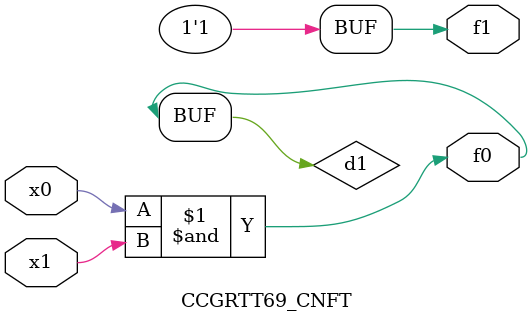
<source format=v>
module CCGRTT69_CNFT(
	input x0, x1,
	output f0, f1
);

	wire d1;

	assign f0 = d1;
	and (d1, x0, x1);
	assign f1 = 1'b1;
endmodule

</source>
